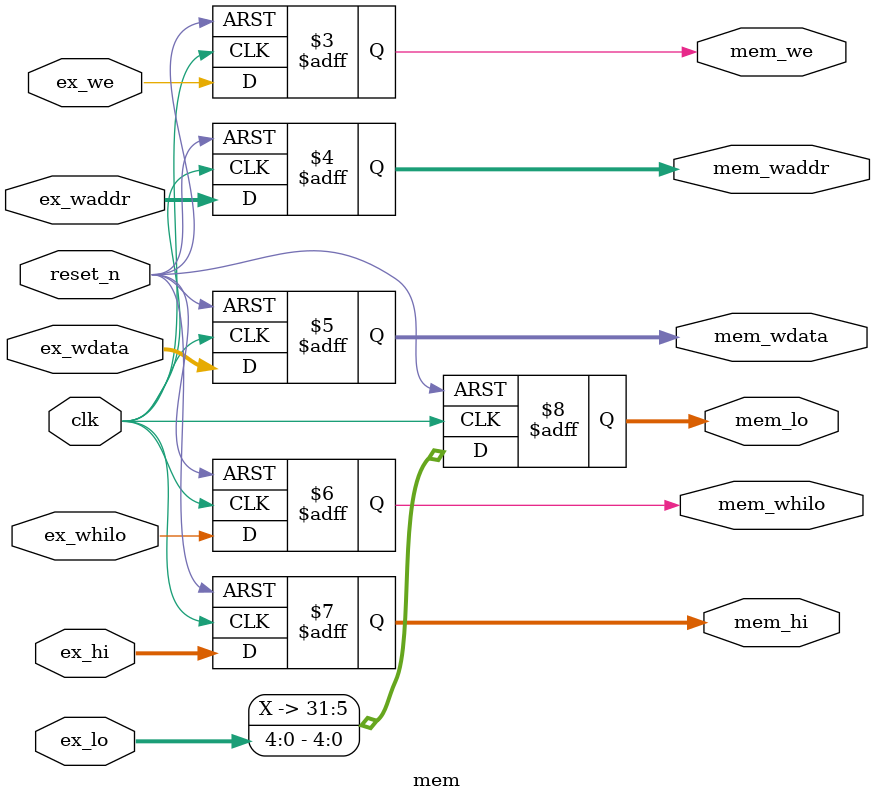
<source format=v>
module mem(clk,reset_n,
	   ex_we,ex_waddr,ex_wdata,ex_whilo,ex_hi,ex_lo,
	   mem_we,mem_waddr,mem_wdata,mem_whilo,mem_hi,mem_lo);
input            clk;
input            reset_n;

/////////////////////////////
////input from ex
/////////////////////////////
input            ex_we;
input      [4:0] ex_waddr;
input      [31:0]ex_wdata;
input            ex_whilo;
input      [4:0] ex_hi;
input      [4:0] ex_lo;

/////////////////////////////
////output to mem
/////////////////////////////
output reg       mem_we;
output reg [4:0] mem_waddr;
output reg [31:0]mem_wdata;
output reg       mem_whilo;
output reg [4:0] mem_hi;
output reg [31:0]mem_lo;


always @ (posedge clk or negedge reset_n) begin
	if(!reset_n) begin
		mem_we          <= 1'b0;
		mem_waddr[4:0]  <= {5{1'b0}};
		mem_wdata[31:0] <= {32{1'b0}};
		mem_whilo       <= 1'b0;
		mem_hi   [4:0]  <= {5{1'b0}};
		mem_lo   [31:0] <= {32{1'b0}};
	end else begin
		mem_we          <= ex_we;
		mem_waddr[4:0]  <= ex_waddr[4:0];
		mem_wdata[31:0] <= ex_wdata[31:0];
		mem_whilo       <= ex_whilo;
		mem_hi   [4:0]  <= ex_hi[4:0];
		mem_lo   [31:0] <= ex_lo[31:0];
	end
end

endmodule

</source>
